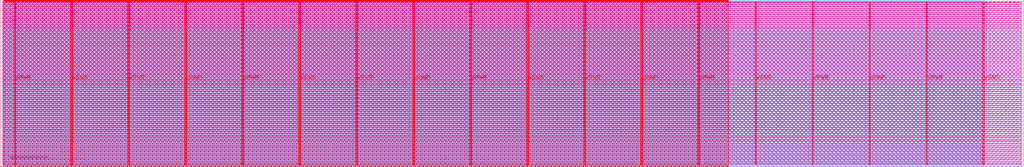
<source format=lef>
VERSION 5.7 ;
  NOWIREEXTENSIONATPIN ON ;
  DIVIDERCHAR "/" ;
  BUSBITCHARS "[]" ;
MACRO tt_um_riscv_spi_wrapper
  CLASS BLOCK ;
  FOREIGN tt_um_riscv_spi_wrapper ;
  ORIGIN 0.000 0.000 ;
  SIZE 1378.160 BY 225.760 ;
  PIN VGND
    DIRECTION INOUT ;
    USE GROUND ;
    PORT
      LAYER met4 ;
        RECT 95.080 2.480 96.680 223.280 ;
    END
    PORT
      LAYER met4 ;
        RECT 248.680 2.480 250.280 223.280 ;
    END
    PORT
      LAYER met4 ;
        RECT 402.280 2.480 403.880 223.280 ;
    END
    PORT
      LAYER met4 ;
        RECT 555.880 2.480 557.480 223.280 ;
    END
    PORT
      LAYER met4 ;
        RECT 709.480 2.480 711.080 223.280 ;
    END
    PORT
      LAYER met4 ;
        RECT 863.080 2.480 864.680 223.280 ;
    END
    PORT
      LAYER met4 ;
        RECT 1016.680 2.480 1018.280 223.280 ;
    END
    PORT
      LAYER met4 ;
        RECT 1170.280 2.480 1171.880 223.280 ;
    END
    PORT
      LAYER met4 ;
        RECT 1323.880 2.480 1325.480 223.280 ;
    END
  END VGND
  PIN VPWR
    DIRECTION INOUT ;
    USE POWER ;
    PORT
      LAYER met4 ;
        RECT 18.280 2.480 19.880 223.280 ;
    END
    PORT
      LAYER met4 ;
        RECT 171.880 2.480 173.480 223.280 ;
    END
    PORT
      LAYER met4 ;
        RECT 325.480 2.480 327.080 223.280 ;
    END
    PORT
      LAYER met4 ;
        RECT 479.080 2.480 480.680 223.280 ;
    END
    PORT
      LAYER met4 ;
        RECT 632.680 2.480 634.280 223.280 ;
    END
    PORT
      LAYER met4 ;
        RECT 786.280 2.480 787.880 223.280 ;
    END
    PORT
      LAYER met4 ;
        RECT 939.880 2.480 941.480 223.280 ;
    END
    PORT
      LAYER met4 ;
        RECT 1093.480 2.480 1095.080 223.280 ;
    END
    PORT
      LAYER met4 ;
        RECT 1247.080 2.480 1248.680 223.280 ;
    END
  END VPWR
  PIN clk
    DIRECTION INPUT ;
    USE SIGNAL ;
    ANTENNAGATEAREA 0.852000 ;
    PORT
      LAYER met4 ;
        RECT 154.870 224.760 155.170 225.760 ;
    END
  END clk
  PIN ena
    DIRECTION INPUT ;
    USE SIGNAL ;
    PORT
      LAYER met4 ;
        RECT 158.550 224.760 158.850 225.760 ;
    END
  END ena
  PIN rst_n
    DIRECTION INPUT ;
    USE SIGNAL ;
    ANTENNAGATEAREA 0.247500 ;
    PORT
      LAYER met4 ;
        RECT 151.190 224.760 151.490 225.760 ;
    END
  END rst_n
  PIN ui_in[0]
    DIRECTION INPUT ;
    USE SIGNAL ;
    ANTENNAGATEAREA 0.213000 ;
    PORT
      LAYER met4 ;
        RECT 147.510 224.760 147.810 225.760 ;
    END
  END ui_in[0]
  PIN ui_in[1]
    DIRECTION INPUT ;
    USE SIGNAL ;
    ANTENNAGATEAREA 0.213000 ;
    PORT
      LAYER met4 ;
        RECT 143.830 224.760 144.130 225.760 ;
    END
  END ui_in[1]
  PIN ui_in[2]
    DIRECTION INPUT ;
    USE SIGNAL ;
    ANTENNAGATEAREA 0.213000 ;
    PORT
      LAYER met4 ;
        RECT 140.150 224.760 140.450 225.760 ;
    END
  END ui_in[2]
  PIN ui_in[3]
    DIRECTION INPUT ;
    USE SIGNAL ;
    PORT
      LAYER met4 ;
        RECT 136.470 224.760 136.770 225.760 ;
    END
  END ui_in[3]
  PIN ui_in[4]
    DIRECTION INPUT ;
    USE SIGNAL ;
    PORT
      LAYER met4 ;
        RECT 132.790 224.760 133.090 225.760 ;
    END
  END ui_in[4]
  PIN ui_in[5]
    DIRECTION INPUT ;
    USE SIGNAL ;
    PORT
      LAYER met4 ;
        RECT 129.110 224.760 129.410 225.760 ;
    END
  END ui_in[5]
  PIN ui_in[6]
    DIRECTION INPUT ;
    USE SIGNAL ;
    PORT
      LAYER met4 ;
        RECT 125.430 224.760 125.730 225.760 ;
    END
  END ui_in[6]
  PIN ui_in[7]
    DIRECTION INPUT ;
    USE SIGNAL ;
    PORT
      LAYER met4 ;
        RECT 121.750 224.760 122.050 225.760 ;
    END
  END ui_in[7]
  PIN uio_in[0]
    DIRECTION INPUT ;
    USE SIGNAL ;
    PORT
      LAYER met4 ;
        RECT 118.070 224.760 118.370 225.760 ;
    END
  END uio_in[0]
  PIN uio_in[1]
    DIRECTION INPUT ;
    USE SIGNAL ;
    PORT
      LAYER met4 ;
        RECT 114.390 224.760 114.690 225.760 ;
    END
  END uio_in[1]
  PIN uio_in[2]
    DIRECTION INPUT ;
    USE SIGNAL ;
    PORT
      LAYER met4 ;
        RECT 110.710 224.760 111.010 225.760 ;
    END
  END uio_in[2]
  PIN uio_in[3]
    DIRECTION INPUT ;
    USE SIGNAL ;
    PORT
      LAYER met4 ;
        RECT 107.030 224.760 107.330 225.760 ;
    END
  END uio_in[3]
  PIN uio_in[4]
    DIRECTION INPUT ;
    USE SIGNAL ;
    PORT
      LAYER met4 ;
        RECT 103.350 224.760 103.650 225.760 ;
    END
  END uio_in[4]
  PIN uio_in[5]
    DIRECTION INPUT ;
    USE SIGNAL ;
    PORT
      LAYER met4 ;
        RECT 99.670 224.760 99.970 225.760 ;
    END
  END uio_in[5]
  PIN uio_in[6]
    DIRECTION INPUT ;
    USE SIGNAL ;
    PORT
      LAYER met4 ;
        RECT 95.990 224.760 96.290 225.760 ;
    END
  END uio_in[6]
  PIN uio_in[7]
    DIRECTION INPUT ;
    USE SIGNAL ;
    PORT
      LAYER met4 ;
        RECT 92.310 224.760 92.610 225.760 ;
    END
  END uio_in[7]
  PIN uio_oe[0]
    DIRECTION OUTPUT TRISTATE ;
    USE SIGNAL ;
    PORT
      LAYER met4 ;
        RECT 29.750 224.760 30.050 225.760 ;
    END
  END uio_oe[0]
  PIN uio_oe[1]
    DIRECTION OUTPUT TRISTATE ;
    USE SIGNAL ;
    PORT
      LAYER met4 ;
        RECT 26.070 224.760 26.370 225.760 ;
    END
  END uio_oe[1]
  PIN uio_oe[2]
    DIRECTION OUTPUT TRISTATE ;
    USE SIGNAL ;
    PORT
      LAYER met4 ;
        RECT 22.390 224.760 22.690 225.760 ;
    END
  END uio_oe[2]
  PIN uio_oe[3]
    DIRECTION OUTPUT TRISTATE ;
    USE SIGNAL ;
    PORT
      LAYER met4 ;
        RECT 18.710 224.760 19.010 225.760 ;
    END
  END uio_oe[3]
  PIN uio_oe[4]
    DIRECTION OUTPUT TRISTATE ;
    USE SIGNAL ;
    PORT
      LAYER met4 ;
        RECT 15.030 224.760 15.330 225.760 ;
    END
  END uio_oe[4]
  PIN uio_oe[5]
    DIRECTION OUTPUT TRISTATE ;
    USE SIGNAL ;
    PORT
      LAYER met4 ;
        RECT 11.350 224.760 11.650 225.760 ;
    END
  END uio_oe[5]
  PIN uio_oe[6]
    DIRECTION OUTPUT TRISTATE ;
    USE SIGNAL ;
    PORT
      LAYER met4 ;
        RECT 7.670 224.760 7.970 225.760 ;
    END
  END uio_oe[6]
  PIN uio_oe[7]
    DIRECTION OUTPUT TRISTATE ;
    USE SIGNAL ;
    PORT
      LAYER met4 ;
        RECT 3.990 224.760 4.290 225.760 ;
    END
  END uio_oe[7]
  PIN uio_out[0]
    DIRECTION OUTPUT TRISTATE ;
    USE SIGNAL ;
    PORT
      LAYER met4 ;
        RECT 59.190 224.760 59.490 225.760 ;
    END
  END uio_out[0]
  PIN uio_out[1]
    DIRECTION OUTPUT TRISTATE ;
    USE SIGNAL ;
    PORT
      LAYER met4 ;
        RECT 55.510 224.760 55.810 225.760 ;
    END
  END uio_out[1]
  PIN uio_out[2]
    DIRECTION OUTPUT TRISTATE ;
    USE SIGNAL ;
    PORT
      LAYER met4 ;
        RECT 51.830 224.760 52.130 225.760 ;
    END
  END uio_out[2]
  PIN uio_out[3]
    DIRECTION OUTPUT TRISTATE ;
    USE SIGNAL ;
    PORT
      LAYER met4 ;
        RECT 48.150 224.760 48.450 225.760 ;
    END
  END uio_out[3]
  PIN uio_out[4]
    DIRECTION OUTPUT TRISTATE ;
    USE SIGNAL ;
    PORT
      LAYER met4 ;
        RECT 44.470 224.760 44.770 225.760 ;
    END
  END uio_out[4]
  PIN uio_out[5]
    DIRECTION OUTPUT TRISTATE ;
    USE SIGNAL ;
    PORT
      LAYER met4 ;
        RECT 40.790 224.760 41.090 225.760 ;
    END
  END uio_out[5]
  PIN uio_out[6]
    DIRECTION OUTPUT TRISTATE ;
    USE SIGNAL ;
    PORT
      LAYER met4 ;
        RECT 37.110 224.760 37.410 225.760 ;
    END
  END uio_out[6]
  PIN uio_out[7]
    DIRECTION OUTPUT TRISTATE ;
    USE SIGNAL ;
    PORT
      LAYER met4 ;
        RECT 33.430 224.760 33.730 225.760 ;
    END
  END uio_out[7]
  PIN uo_out[0]
    DIRECTION OUTPUT TRISTATE ;
    USE SIGNAL ;
    PORT
      LAYER met4 ;
        RECT 88.630 224.760 88.930 225.760 ;
    END
  END uo_out[0]
  PIN uo_out[1]
    DIRECTION OUTPUT TRISTATE ;
    USE SIGNAL ;
    PORT
      LAYER met4 ;
        RECT 84.950 224.760 85.250 225.760 ;
    END
  END uo_out[1]
  PIN uo_out[2]
    DIRECTION OUTPUT TRISTATE ;
    USE SIGNAL ;
    PORT
      LAYER met4 ;
        RECT 81.270 224.760 81.570 225.760 ;
    END
  END uo_out[2]
  PIN uo_out[3]
    DIRECTION OUTPUT TRISTATE ;
    USE SIGNAL ;
    ANTENNADIFFAREA 0.891000 ;
    PORT
      LAYER met4 ;
        RECT 77.590 224.760 77.890 225.760 ;
    END
  END uo_out[3]
  PIN uo_out[4]
    DIRECTION OUTPUT TRISTATE ;
    USE SIGNAL ;
    ANTENNADIFFAREA 1.590400 ;
    PORT
      LAYER met4 ;
        RECT 73.910 224.760 74.210 225.760 ;
    END
  END uo_out[4]
  PIN uo_out[5]
    DIRECTION OUTPUT TRISTATE ;
    USE SIGNAL ;
    ANTENNADIFFAREA 0.891000 ;
    PORT
      LAYER met4 ;
        RECT 70.230 224.760 70.530 225.760 ;
    END
  END uo_out[5]
  PIN uo_out[6]
    DIRECTION OUTPUT TRISTATE ;
    USE SIGNAL ;
    ANTENNADIFFAREA 0.795200 ;
    PORT
      LAYER met4 ;
        RECT 66.550 224.760 66.850 225.760 ;
    END
  END uo_out[6]
  PIN uo_out[7]
    DIRECTION OUTPUT TRISTATE ;
    USE SIGNAL ;
    ANTENNADIFFAREA 0.795200 ;
    PORT
      LAYER met4 ;
        RECT 62.870 224.760 63.170 225.760 ;
    END
  END uo_out[7]
  OBS
      LAYER nwell ;
        RECT 2.570 221.625 1375.590 223.230 ;
        RECT 2.570 216.185 1375.590 219.015 ;
        RECT 2.570 210.745 1375.590 213.575 ;
        RECT 2.570 205.305 1375.590 208.135 ;
        RECT 2.570 199.865 1375.590 202.695 ;
        RECT 2.570 194.425 1375.590 197.255 ;
        RECT 2.570 188.985 1375.590 191.815 ;
        RECT 2.570 183.545 1375.590 186.375 ;
        RECT 2.570 178.105 1375.590 180.935 ;
        RECT 2.570 172.665 1375.590 175.495 ;
        RECT 2.570 167.225 1375.590 170.055 ;
        RECT 2.570 161.785 1375.590 164.615 ;
        RECT 2.570 156.345 1375.590 159.175 ;
        RECT 2.570 150.905 1375.590 153.735 ;
        RECT 2.570 145.465 1375.590 148.295 ;
        RECT 2.570 140.025 1375.590 142.855 ;
        RECT 2.570 134.585 1375.590 137.415 ;
        RECT 2.570 129.145 1375.590 131.975 ;
        RECT 2.570 123.705 1375.590 126.535 ;
        RECT 2.570 118.265 1375.590 121.095 ;
        RECT 2.570 112.825 1375.590 115.655 ;
        RECT 2.570 107.385 1375.590 110.215 ;
        RECT 2.570 101.945 1375.590 104.775 ;
        RECT 2.570 96.505 1375.590 99.335 ;
        RECT 2.570 91.065 1375.590 93.895 ;
        RECT 2.570 85.625 1375.590 88.455 ;
        RECT 2.570 80.185 1375.590 83.015 ;
        RECT 2.570 74.745 1375.590 77.575 ;
        RECT 2.570 69.305 1375.590 72.135 ;
        RECT 2.570 63.865 1375.590 66.695 ;
        RECT 2.570 58.425 1375.590 61.255 ;
        RECT 2.570 52.985 1375.590 55.815 ;
        RECT 2.570 47.545 1375.590 50.375 ;
        RECT 2.570 42.105 1375.590 44.935 ;
        RECT 2.570 36.665 1375.590 39.495 ;
        RECT 2.570 31.225 1375.590 34.055 ;
        RECT 2.570 25.785 1375.590 28.615 ;
        RECT 2.570 20.345 1375.590 23.175 ;
        RECT 2.570 14.905 1375.590 17.735 ;
        RECT 2.570 9.465 1375.590 12.295 ;
        RECT 2.570 4.025 1375.590 6.855 ;
      LAYER li1 ;
        RECT 2.760 2.635 1375.400 223.125 ;
      LAYER met1 ;
        RECT 2.760 0.040 1375.400 223.280 ;
      LAYER met2 ;
        RECT 4.230 0.010 1325.450 224.245 ;
      LAYER met3 ;
        RECT 3.950 0.175 1325.470 224.225 ;
      LAYER met4 ;
        RECT 4.690 224.360 7.270 224.760 ;
        RECT 8.370 224.360 10.950 224.760 ;
        RECT 12.050 224.360 14.630 224.760 ;
        RECT 15.730 224.360 18.310 224.760 ;
        RECT 19.410 224.360 21.990 224.760 ;
        RECT 23.090 224.360 25.670 224.760 ;
        RECT 26.770 224.360 29.350 224.760 ;
        RECT 30.450 224.360 33.030 224.760 ;
        RECT 34.130 224.360 36.710 224.760 ;
        RECT 37.810 224.360 40.390 224.760 ;
        RECT 41.490 224.360 44.070 224.760 ;
        RECT 45.170 224.360 47.750 224.760 ;
        RECT 48.850 224.360 51.430 224.760 ;
        RECT 52.530 224.360 55.110 224.760 ;
        RECT 56.210 224.360 58.790 224.760 ;
        RECT 59.890 224.360 62.470 224.760 ;
        RECT 63.570 224.360 66.150 224.760 ;
        RECT 67.250 224.360 69.830 224.760 ;
        RECT 70.930 224.360 73.510 224.760 ;
        RECT 74.610 224.360 77.190 224.760 ;
        RECT 78.290 224.360 80.870 224.760 ;
        RECT 81.970 224.360 84.550 224.760 ;
        RECT 85.650 224.360 88.230 224.760 ;
        RECT 89.330 224.360 91.910 224.760 ;
        RECT 93.010 224.360 95.590 224.760 ;
        RECT 96.690 224.360 99.270 224.760 ;
        RECT 100.370 224.360 102.950 224.760 ;
        RECT 104.050 224.360 106.630 224.760 ;
        RECT 107.730 224.360 110.310 224.760 ;
        RECT 111.410 224.360 113.990 224.760 ;
        RECT 115.090 224.360 117.670 224.760 ;
        RECT 118.770 224.360 121.350 224.760 ;
        RECT 122.450 224.360 125.030 224.760 ;
        RECT 126.130 224.360 128.710 224.760 ;
        RECT 129.810 224.360 132.390 224.760 ;
        RECT 133.490 224.360 136.070 224.760 ;
        RECT 137.170 224.360 139.750 224.760 ;
        RECT 140.850 224.360 143.430 224.760 ;
        RECT 144.530 224.360 147.110 224.760 ;
        RECT 148.210 224.360 150.790 224.760 ;
        RECT 151.890 224.360 154.470 224.760 ;
        RECT 155.570 224.360 158.150 224.760 ;
        RECT 159.250 224.360 980.425 224.760 ;
        RECT 3.975 223.680 980.425 224.360 ;
        RECT 3.975 2.080 17.880 223.680 ;
        RECT 20.280 2.080 94.680 223.680 ;
        RECT 97.080 2.080 171.480 223.680 ;
        RECT 173.880 2.080 248.280 223.680 ;
        RECT 250.680 2.080 325.080 223.680 ;
        RECT 327.480 2.080 401.880 223.680 ;
        RECT 404.280 2.080 478.680 223.680 ;
        RECT 481.080 2.080 555.480 223.680 ;
        RECT 557.880 2.080 632.280 223.680 ;
        RECT 634.680 2.080 709.080 223.680 ;
        RECT 711.480 2.080 785.880 223.680 ;
        RECT 788.280 2.080 862.680 223.680 ;
        RECT 865.080 2.080 939.480 223.680 ;
        RECT 941.880 2.080 980.425 223.680 ;
        RECT 3.975 0.175 980.425 2.080 ;
  END
END tt_um_riscv_spi_wrapper
END LIBRARY


</source>
